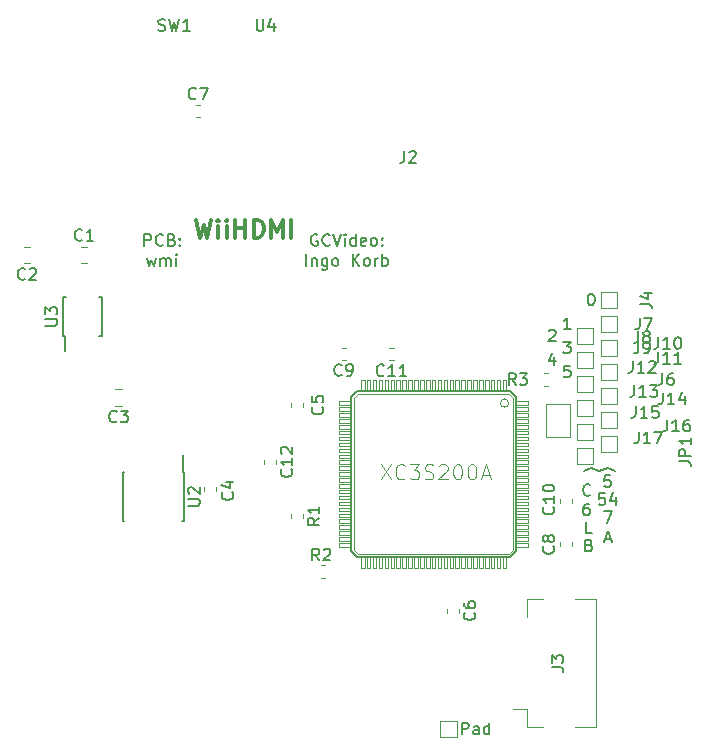
<source format=gto>
G04 #@! TF.GenerationSoftware,KiCad,Pcbnew,(5.0.1)-4*
G04 #@! TF.CreationDate,2019-04-22T09:15:48+02:00*
G04 #@! TF.ProjectId,wiihdmi_wmi,77696968646D695F776D692E6B696361,rev?*
G04 #@! TF.SameCoordinates,Original*
G04 #@! TF.FileFunction,Legend,Top*
G04 #@! TF.FilePolarity,Positive*
%FSLAX46Y46*%
G04 Gerber Fmt 4.6, Leading zero omitted, Abs format (unit mm)*
G04 Created by KiCad (PCBNEW (5.0.1)-4) date 22.04.2019 09:15:48*
%MOMM*%
%LPD*%
G01*
G04 APERTURE LIST*
%ADD10C,0.200000*%
%ADD11C,0.150000*%
%ADD12C,0.300000*%
%ADD13C,0.048260*%
%ADD14C,0.198120*%
%ADD15C,0.099060*%
%ADD16C,0.066040*%
%ADD17C,0.120000*%
%ADD18C,0.088900*%
G04 APERTURE END LIST*
D10*
X110363000Y-86995000D02*
X110998000Y-87249000D01*
X109601000Y-87249000D02*
X110363000Y-86995000D01*
X108966000Y-86995000D02*
X109601000Y-87249000D01*
X108331000Y-87249000D02*
X108966000Y-86995000D01*
D11*
X108783428Y-93527571D02*
X108926285Y-93575190D01*
X108973904Y-93622809D01*
X109021523Y-93718047D01*
X109021523Y-93860904D01*
X108973904Y-93956142D01*
X108926285Y-94003761D01*
X108831047Y-94051380D01*
X108450095Y-94051380D01*
X108450095Y-93051380D01*
X108783428Y-93051380D01*
X108878666Y-93099000D01*
X108926285Y-93146619D01*
X108973904Y-93241857D01*
X108973904Y-93337095D01*
X108926285Y-93432333D01*
X108878666Y-93479952D01*
X108783428Y-93527571D01*
X108450095Y-93527571D01*
X110124904Y-93003666D02*
X110601095Y-93003666D01*
X110029666Y-93289380D02*
X110363000Y-92289380D01*
X110696333Y-93289380D01*
X109021523Y-92527380D02*
X108545333Y-92527380D01*
X108545333Y-91527380D01*
X110029666Y-90638380D02*
X110696333Y-90638380D01*
X110267761Y-91638380D01*
X108775476Y-90003380D02*
X108585000Y-90003380D01*
X108489761Y-90051000D01*
X108442142Y-90098619D01*
X108346904Y-90241476D01*
X108299285Y-90431952D01*
X108299285Y-90812904D01*
X108346904Y-90908142D01*
X108394523Y-90955761D01*
X108489761Y-91003380D01*
X108680238Y-91003380D01*
X108775476Y-90955761D01*
X108823095Y-90908142D01*
X108870714Y-90812904D01*
X108870714Y-90574809D01*
X108823095Y-90479571D01*
X108775476Y-90431952D01*
X108680238Y-90384333D01*
X108489761Y-90384333D01*
X108394523Y-90431952D01*
X108346904Y-90479571D01*
X108299285Y-90574809D01*
X110124904Y-89114380D02*
X109648714Y-89114380D01*
X109601095Y-89590571D01*
X109648714Y-89542952D01*
X109743952Y-89495333D01*
X109982047Y-89495333D01*
X110077285Y-89542952D01*
X110124904Y-89590571D01*
X110172523Y-89685809D01*
X110172523Y-89923904D01*
X110124904Y-90019142D01*
X110077285Y-90066761D01*
X109982047Y-90114380D01*
X109743952Y-90114380D01*
X109648714Y-90066761D01*
X109601095Y-90019142D01*
X111029666Y-89447714D02*
X111029666Y-90114380D01*
X110791571Y-89066761D02*
X110553476Y-89781047D01*
X111172523Y-89781047D01*
X110601095Y-87590380D02*
X110124904Y-87590380D01*
X110077285Y-88066571D01*
X110124904Y-88018952D01*
X110220142Y-87971333D01*
X110458238Y-87971333D01*
X110553476Y-88018952D01*
X110601095Y-88066571D01*
X110648714Y-88161809D01*
X110648714Y-88399904D01*
X110601095Y-88495142D01*
X110553476Y-88542761D01*
X110458238Y-88590380D01*
X110220142Y-88590380D01*
X110124904Y-88542761D01*
X110077285Y-88495142D01*
X108894523Y-89257142D02*
X108846904Y-89304761D01*
X108704047Y-89352380D01*
X108608809Y-89352380D01*
X108465952Y-89304761D01*
X108370714Y-89209523D01*
X108323095Y-89114285D01*
X108275476Y-88923809D01*
X108275476Y-88780952D01*
X108323095Y-88590476D01*
X108370714Y-88495238D01*
X108465952Y-88400000D01*
X108608809Y-88352380D01*
X108704047Y-88352380D01*
X108846904Y-88400000D01*
X108894523Y-88447619D01*
X107172095Y-78319380D02*
X106695904Y-78319380D01*
X106648285Y-78795571D01*
X106695904Y-78747952D01*
X106791142Y-78700333D01*
X107029238Y-78700333D01*
X107124476Y-78747952D01*
X107172095Y-78795571D01*
X107219714Y-78890809D01*
X107219714Y-79128904D01*
X107172095Y-79224142D01*
X107124476Y-79271761D01*
X107029238Y-79319380D01*
X106791142Y-79319380D01*
X106695904Y-79271761D01*
X106648285Y-79224142D01*
X105854476Y-77636714D02*
X105854476Y-78303380D01*
X105616380Y-77255761D02*
X105378285Y-77970047D01*
X105997333Y-77970047D01*
X106600666Y-76287380D02*
X107219714Y-76287380D01*
X106886380Y-76668333D01*
X107029238Y-76668333D01*
X107124476Y-76715952D01*
X107172095Y-76763571D01*
X107219714Y-76858809D01*
X107219714Y-77096904D01*
X107172095Y-77192142D01*
X107124476Y-77239761D01*
X107029238Y-77287380D01*
X106743523Y-77287380D01*
X106648285Y-77239761D01*
X106600666Y-77192142D01*
X105378285Y-75366619D02*
X105425904Y-75319000D01*
X105521142Y-75271380D01*
X105759238Y-75271380D01*
X105854476Y-75319000D01*
X105902095Y-75366619D01*
X105949714Y-75461857D01*
X105949714Y-75557095D01*
X105902095Y-75699952D01*
X105330666Y-76271380D01*
X105949714Y-76271380D01*
X107219714Y-75255380D02*
X106648285Y-75255380D01*
X106934000Y-75255380D02*
X106934000Y-74255380D01*
X106838761Y-74398238D01*
X106743523Y-74493476D01*
X106648285Y-74541095D01*
X108918380Y-72223380D02*
X109013619Y-72223380D01*
X109108857Y-72271000D01*
X109156476Y-72318619D01*
X109204095Y-72413857D01*
X109251714Y-72604333D01*
X109251714Y-72842428D01*
X109204095Y-73032904D01*
X109156476Y-73128142D01*
X109108857Y-73175761D01*
X109013619Y-73223380D01*
X108918380Y-73223380D01*
X108823142Y-73175761D01*
X108775523Y-73128142D01*
X108727904Y-73032904D01*
X108680285Y-72842428D01*
X108680285Y-72604333D01*
X108727904Y-72413857D01*
X108775523Y-72318619D01*
X108823142Y-72271000D01*
X108918380Y-72223380D01*
D10*
X71144000Y-68182380D02*
X71144000Y-67182380D01*
X71524952Y-67182380D01*
X71620190Y-67230000D01*
X71667809Y-67277619D01*
X71715428Y-67372857D01*
X71715428Y-67515714D01*
X71667809Y-67610952D01*
X71620190Y-67658571D01*
X71524952Y-67706190D01*
X71144000Y-67706190D01*
X72715428Y-68087142D02*
X72667809Y-68134761D01*
X72524952Y-68182380D01*
X72429714Y-68182380D01*
X72286857Y-68134761D01*
X72191619Y-68039523D01*
X72144000Y-67944285D01*
X72096380Y-67753809D01*
X72096380Y-67610952D01*
X72144000Y-67420476D01*
X72191619Y-67325238D01*
X72286857Y-67230000D01*
X72429714Y-67182380D01*
X72524952Y-67182380D01*
X72667809Y-67230000D01*
X72715428Y-67277619D01*
X73477333Y-67658571D02*
X73620190Y-67706190D01*
X73667809Y-67753809D01*
X73715428Y-67849047D01*
X73715428Y-67991904D01*
X73667809Y-68087142D01*
X73620190Y-68134761D01*
X73524952Y-68182380D01*
X73144000Y-68182380D01*
X73144000Y-67182380D01*
X73477333Y-67182380D01*
X73572571Y-67230000D01*
X73620190Y-67277619D01*
X73667809Y-67372857D01*
X73667809Y-67468095D01*
X73620190Y-67563333D01*
X73572571Y-67610952D01*
X73477333Y-67658571D01*
X73144000Y-67658571D01*
X74144000Y-68087142D02*
X74191619Y-68134761D01*
X74144000Y-68182380D01*
X74096380Y-68134761D01*
X74144000Y-68087142D01*
X74144000Y-68182380D01*
X74144000Y-67563333D02*
X74191619Y-67610952D01*
X74144000Y-67658571D01*
X74096380Y-67610952D01*
X74144000Y-67563333D01*
X74144000Y-67658571D01*
X71358285Y-69215714D02*
X71548761Y-69882380D01*
X71739238Y-69406190D01*
X71929714Y-69882380D01*
X72120190Y-69215714D01*
X72501142Y-69882380D02*
X72501142Y-69215714D01*
X72501142Y-69310952D02*
X72548761Y-69263333D01*
X72644000Y-69215714D01*
X72786857Y-69215714D01*
X72882095Y-69263333D01*
X72929714Y-69358571D01*
X72929714Y-69882380D01*
X72929714Y-69358571D02*
X72977333Y-69263333D01*
X73072571Y-69215714D01*
X73215428Y-69215714D01*
X73310666Y-69263333D01*
X73358285Y-69358571D01*
X73358285Y-69882380D01*
X73834476Y-69882380D02*
X73834476Y-69215714D01*
X73834476Y-68882380D02*
X73786857Y-68930000D01*
X73834476Y-68977619D01*
X73882095Y-68930000D01*
X73834476Y-68882380D01*
X73834476Y-68977619D01*
X85788809Y-67230000D02*
X85693571Y-67182380D01*
X85550714Y-67182380D01*
X85407857Y-67230000D01*
X85312619Y-67325238D01*
X85265000Y-67420476D01*
X85217380Y-67610952D01*
X85217380Y-67753809D01*
X85265000Y-67944285D01*
X85312619Y-68039523D01*
X85407857Y-68134761D01*
X85550714Y-68182380D01*
X85645952Y-68182380D01*
X85788809Y-68134761D01*
X85836428Y-68087142D01*
X85836428Y-67753809D01*
X85645952Y-67753809D01*
X86836428Y-68087142D02*
X86788809Y-68134761D01*
X86645952Y-68182380D01*
X86550714Y-68182380D01*
X86407857Y-68134761D01*
X86312619Y-68039523D01*
X86265000Y-67944285D01*
X86217380Y-67753809D01*
X86217380Y-67610952D01*
X86265000Y-67420476D01*
X86312619Y-67325238D01*
X86407857Y-67230000D01*
X86550714Y-67182380D01*
X86645952Y-67182380D01*
X86788809Y-67230000D01*
X86836428Y-67277619D01*
X87122142Y-67182380D02*
X87455476Y-68182380D01*
X87788809Y-67182380D01*
X88122142Y-68182380D02*
X88122142Y-67515714D01*
X88122142Y-67182380D02*
X88074523Y-67230000D01*
X88122142Y-67277619D01*
X88169761Y-67230000D01*
X88122142Y-67182380D01*
X88122142Y-67277619D01*
X89026904Y-68182380D02*
X89026904Y-67182380D01*
X89026904Y-68134761D02*
X88931666Y-68182380D01*
X88741190Y-68182380D01*
X88645952Y-68134761D01*
X88598333Y-68087142D01*
X88550714Y-67991904D01*
X88550714Y-67706190D01*
X88598333Y-67610952D01*
X88645952Y-67563333D01*
X88741190Y-67515714D01*
X88931666Y-67515714D01*
X89026904Y-67563333D01*
X89884047Y-68134761D02*
X89788809Y-68182380D01*
X89598333Y-68182380D01*
X89503095Y-68134761D01*
X89455476Y-68039523D01*
X89455476Y-67658571D01*
X89503095Y-67563333D01*
X89598333Y-67515714D01*
X89788809Y-67515714D01*
X89884047Y-67563333D01*
X89931666Y-67658571D01*
X89931666Y-67753809D01*
X89455476Y-67849047D01*
X90503095Y-68182380D02*
X90407857Y-68134761D01*
X90360238Y-68087142D01*
X90312619Y-67991904D01*
X90312619Y-67706190D01*
X90360238Y-67610952D01*
X90407857Y-67563333D01*
X90503095Y-67515714D01*
X90645952Y-67515714D01*
X90741190Y-67563333D01*
X90788809Y-67610952D01*
X90836428Y-67706190D01*
X90836428Y-67991904D01*
X90788809Y-68087142D01*
X90741190Y-68134761D01*
X90645952Y-68182380D01*
X90503095Y-68182380D01*
X91265000Y-68087142D02*
X91312619Y-68134761D01*
X91265000Y-68182380D01*
X91217380Y-68134761D01*
X91265000Y-68087142D01*
X91265000Y-68182380D01*
X91265000Y-67563333D02*
X91312619Y-67610952D01*
X91265000Y-67658571D01*
X91217380Y-67610952D01*
X91265000Y-67563333D01*
X91265000Y-67658571D01*
X84812619Y-69882380D02*
X84812619Y-68882380D01*
X85288809Y-69215714D02*
X85288809Y-69882380D01*
X85288809Y-69310952D02*
X85336428Y-69263333D01*
X85431666Y-69215714D01*
X85574523Y-69215714D01*
X85669761Y-69263333D01*
X85717380Y-69358571D01*
X85717380Y-69882380D01*
X86622142Y-69215714D02*
X86622142Y-70025238D01*
X86574523Y-70120476D01*
X86526904Y-70168095D01*
X86431666Y-70215714D01*
X86288809Y-70215714D01*
X86193571Y-70168095D01*
X86622142Y-69834761D02*
X86526904Y-69882380D01*
X86336428Y-69882380D01*
X86241190Y-69834761D01*
X86193571Y-69787142D01*
X86145952Y-69691904D01*
X86145952Y-69406190D01*
X86193571Y-69310952D01*
X86241190Y-69263333D01*
X86336428Y-69215714D01*
X86526904Y-69215714D01*
X86622142Y-69263333D01*
X87241190Y-69882380D02*
X87145952Y-69834761D01*
X87098333Y-69787142D01*
X87050714Y-69691904D01*
X87050714Y-69406190D01*
X87098333Y-69310952D01*
X87145952Y-69263333D01*
X87241190Y-69215714D01*
X87384047Y-69215714D01*
X87479285Y-69263333D01*
X87526904Y-69310952D01*
X87574523Y-69406190D01*
X87574523Y-69691904D01*
X87526904Y-69787142D01*
X87479285Y-69834761D01*
X87384047Y-69882380D01*
X87241190Y-69882380D01*
X88765000Y-69882380D02*
X88765000Y-68882380D01*
X89336428Y-69882380D02*
X88907857Y-69310952D01*
X89336428Y-68882380D02*
X88765000Y-69453809D01*
X89907857Y-69882380D02*
X89812619Y-69834761D01*
X89765000Y-69787142D01*
X89717380Y-69691904D01*
X89717380Y-69406190D01*
X89765000Y-69310952D01*
X89812619Y-69263333D01*
X89907857Y-69215714D01*
X90050714Y-69215714D01*
X90145952Y-69263333D01*
X90193571Y-69310952D01*
X90241190Y-69406190D01*
X90241190Y-69691904D01*
X90193571Y-69787142D01*
X90145952Y-69834761D01*
X90050714Y-69882380D01*
X89907857Y-69882380D01*
X90669761Y-69882380D02*
X90669761Y-69215714D01*
X90669761Y-69406190D02*
X90717380Y-69310952D01*
X90765000Y-69263333D01*
X90860238Y-69215714D01*
X90955476Y-69215714D01*
X91288809Y-69882380D02*
X91288809Y-68882380D01*
X91288809Y-69263333D02*
X91384047Y-69215714D01*
X91574523Y-69215714D01*
X91669761Y-69263333D01*
X91717380Y-69310952D01*
X91765000Y-69406190D01*
X91765000Y-69691904D01*
X91717380Y-69787142D01*
X91669761Y-69834761D01*
X91574523Y-69882380D01*
X91384047Y-69882380D01*
X91288809Y-69834761D01*
D12*
X75521857Y-65980571D02*
X75879000Y-67480571D01*
X76164714Y-66409142D01*
X76450428Y-67480571D01*
X76807571Y-65980571D01*
X77379000Y-67480571D02*
X77379000Y-66480571D01*
X77379000Y-65980571D02*
X77307571Y-66052000D01*
X77379000Y-66123428D01*
X77450428Y-66052000D01*
X77379000Y-65980571D01*
X77379000Y-66123428D01*
X78093285Y-67480571D02*
X78093285Y-66480571D01*
X78093285Y-65980571D02*
X78021857Y-66052000D01*
X78093285Y-66123428D01*
X78164714Y-66052000D01*
X78093285Y-65980571D01*
X78093285Y-66123428D01*
X78807571Y-67480571D02*
X78807571Y-65980571D01*
X78807571Y-66694857D02*
X79664714Y-66694857D01*
X79664714Y-67480571D02*
X79664714Y-65980571D01*
X80379000Y-67480571D02*
X80379000Y-65980571D01*
X80736142Y-65980571D01*
X80950428Y-66052000D01*
X81093285Y-66194857D01*
X81164714Y-66337714D01*
X81236142Y-66623428D01*
X81236142Y-66837714D01*
X81164714Y-67123428D01*
X81093285Y-67266285D01*
X80950428Y-67409142D01*
X80736142Y-67480571D01*
X80379000Y-67480571D01*
X81879000Y-67480571D02*
X81879000Y-65980571D01*
X82379000Y-67052000D01*
X82879000Y-65980571D01*
X82879000Y-67480571D01*
X83593285Y-67480571D02*
X83593285Y-65980571D01*
D13*
G04 #@! TO.C,U1*
X101982506Y-81503520D02*
G75*
G03X101982506Y-81503520I-352026J0D01*
G01*
D14*
X102628700Y-81003140D02*
X102130860Y-80505300D01*
X102628700Y-94002860D02*
X102628700Y-81003140D01*
X102130860Y-94500700D02*
X102628700Y-94002860D01*
X89131140Y-94500700D02*
X102130860Y-94500700D01*
X88633300Y-94002860D02*
X89131140Y-94500700D01*
X88633300Y-81003140D02*
X88633300Y-94002860D01*
X89131140Y-80505300D02*
X88633300Y-81003140D01*
X102130860Y-80505300D02*
X89131140Y-80505300D01*
D15*
X102379780Y-81104740D02*
X102029260Y-80754220D01*
X102379780Y-93901260D02*
X102379780Y-81104740D01*
X102029260Y-94251780D02*
X102379780Y-93901260D01*
X89232740Y-94251780D02*
X102029260Y-94251780D01*
X88882220Y-93901260D02*
X89232740Y-94251780D01*
X88882220Y-81104740D02*
X88882220Y-93901260D01*
X89232740Y-80754220D02*
X88882220Y-81104740D01*
X102029260Y-80754220D02*
X89232740Y-80754220D01*
D16*
X102628700Y-81353660D02*
X103629460Y-81353660D01*
X103629460Y-81353660D02*
X103629460Y-81653380D01*
X102628700Y-81653380D02*
X103629460Y-81653380D01*
X102628700Y-81353660D02*
X102628700Y-81653380D01*
X102628700Y-81854040D02*
X103629460Y-81854040D01*
X103629460Y-81854040D02*
X103629460Y-82153760D01*
X102628700Y-82153760D02*
X103629460Y-82153760D01*
X102628700Y-81854040D02*
X102628700Y-82153760D01*
X102628700Y-82354420D02*
X103629460Y-82354420D01*
X103629460Y-82354420D02*
X103629460Y-82654140D01*
X102628700Y-82654140D02*
X103629460Y-82654140D01*
X102628700Y-82354420D02*
X102628700Y-82654140D01*
X102628700Y-82854800D02*
X103629460Y-82854800D01*
X103629460Y-82854800D02*
X103629460Y-83154520D01*
X102628700Y-83154520D02*
X103629460Y-83154520D01*
X102628700Y-82854800D02*
X102628700Y-83154520D01*
X102628700Y-83355180D02*
X103629460Y-83355180D01*
X103629460Y-83355180D02*
X103629460Y-83654900D01*
X102628700Y-83654900D02*
X103629460Y-83654900D01*
X102628700Y-83355180D02*
X102628700Y-83654900D01*
X102628700Y-83853020D02*
X103629460Y-83853020D01*
X103629460Y-83853020D02*
X103629460Y-84155280D01*
X102628700Y-84155280D02*
X103629460Y-84155280D01*
X102628700Y-83853020D02*
X102628700Y-84155280D01*
X102628700Y-84353400D02*
X103629460Y-84353400D01*
X103629460Y-84353400D02*
X103629460Y-84653120D01*
X102628700Y-84653120D02*
X103629460Y-84653120D01*
X102628700Y-84353400D02*
X102628700Y-84653120D01*
X102628700Y-84853780D02*
X103629460Y-84853780D01*
X103629460Y-84853780D02*
X103629460Y-85153500D01*
X102628700Y-85153500D02*
X103629460Y-85153500D01*
X102628700Y-84853780D02*
X102628700Y-85153500D01*
X102628700Y-85354160D02*
X103629460Y-85354160D01*
X103629460Y-85354160D02*
X103629460Y-85653880D01*
X102628700Y-85653880D02*
X103629460Y-85653880D01*
X102628700Y-85354160D02*
X102628700Y-85653880D01*
X102628700Y-85854540D02*
X103629460Y-85854540D01*
X103629460Y-85854540D02*
X103629460Y-86154260D01*
X102628700Y-86154260D02*
X103629460Y-86154260D01*
X102628700Y-85854540D02*
X102628700Y-86154260D01*
X102628700Y-86354920D02*
X103629460Y-86354920D01*
X103629460Y-86354920D02*
X103629460Y-86654640D01*
X102628700Y-86654640D02*
X103629460Y-86654640D01*
X102628700Y-86354920D02*
X102628700Y-86654640D01*
X102628700Y-86855300D02*
X103629460Y-86855300D01*
X103629460Y-86855300D02*
X103629460Y-87155020D01*
X102628700Y-87155020D02*
X103629460Y-87155020D01*
X102628700Y-86855300D02*
X102628700Y-87155020D01*
X102628700Y-87353140D02*
X103629460Y-87353140D01*
X103629460Y-87353140D02*
X103629460Y-87652860D01*
X102628700Y-87652860D02*
X103629460Y-87652860D01*
X102628700Y-87353140D02*
X102628700Y-87652860D01*
X102628700Y-87850980D02*
X103629460Y-87850980D01*
X103629460Y-87850980D02*
X103629460Y-88150700D01*
X102628700Y-88150700D02*
X103629460Y-88150700D01*
X102628700Y-87850980D02*
X102628700Y-88150700D01*
X102628700Y-88351360D02*
X103629460Y-88351360D01*
X103629460Y-88351360D02*
X103629460Y-88651080D01*
X102628700Y-88651080D02*
X103629460Y-88651080D01*
X102628700Y-88351360D02*
X102628700Y-88651080D01*
X102628700Y-88851740D02*
X103629460Y-88851740D01*
X103629460Y-88851740D02*
X103629460Y-89151460D01*
X102628700Y-89151460D02*
X103629460Y-89151460D01*
X102628700Y-88851740D02*
X102628700Y-89151460D01*
X102628700Y-89352120D02*
X103629460Y-89352120D01*
X103629460Y-89352120D02*
X103629460Y-89651840D01*
X102628700Y-89651840D02*
X103629460Y-89651840D01*
X102628700Y-89352120D02*
X102628700Y-89651840D01*
X102628700Y-89852500D02*
X103629460Y-89852500D01*
X103629460Y-89852500D02*
X103629460Y-90152220D01*
X102628700Y-90152220D02*
X103629460Y-90152220D01*
X102628700Y-89852500D02*
X102628700Y-90152220D01*
X102628700Y-90352880D02*
X103629460Y-90352880D01*
X103629460Y-90352880D02*
X103629460Y-90652600D01*
X102628700Y-90652600D02*
X103629460Y-90652600D01*
X102628700Y-90352880D02*
X102628700Y-90652600D01*
X102628700Y-90850720D02*
X103629460Y-90850720D01*
X103629460Y-90850720D02*
X103629460Y-91152980D01*
X102628700Y-91152980D02*
X103629460Y-91152980D01*
X102628700Y-90850720D02*
X102628700Y-91152980D01*
X102628700Y-91351100D02*
X103629460Y-91351100D01*
X103629460Y-91351100D02*
X103629460Y-91650820D01*
X102628700Y-91650820D02*
X103629460Y-91650820D01*
X102628700Y-91351100D02*
X102628700Y-91650820D01*
X102628700Y-91851480D02*
X103629460Y-91851480D01*
X103629460Y-91851480D02*
X103629460Y-92151200D01*
X102628700Y-92151200D02*
X103629460Y-92151200D01*
X102628700Y-91851480D02*
X102628700Y-92151200D01*
X102628700Y-92351860D02*
X103629460Y-92351860D01*
X103629460Y-92351860D02*
X103629460Y-92651580D01*
X102628700Y-92651580D02*
X103629460Y-92651580D01*
X102628700Y-92351860D02*
X102628700Y-92651580D01*
X102628700Y-92852240D02*
X103629460Y-92852240D01*
X103629460Y-92852240D02*
X103629460Y-93151960D01*
X102628700Y-93151960D02*
X103629460Y-93151960D01*
X102628700Y-92852240D02*
X102628700Y-93151960D01*
X102628700Y-93352620D02*
X103629460Y-93352620D01*
X103629460Y-93352620D02*
X103629460Y-93652340D01*
X102628700Y-93652340D02*
X103629460Y-93652340D01*
X102628700Y-93352620D02*
X102628700Y-93652340D01*
X101480620Y-94500700D02*
X101780340Y-94500700D01*
X101780340Y-94500700D02*
X101780340Y-95501460D01*
X101480620Y-95501460D02*
X101780340Y-95501460D01*
X101480620Y-94500700D02*
X101480620Y-95501460D01*
X100980240Y-94500700D02*
X101279960Y-94500700D01*
X101279960Y-94500700D02*
X101279960Y-95501460D01*
X100980240Y-95501460D02*
X101279960Y-95501460D01*
X100980240Y-94500700D02*
X100980240Y-95501460D01*
X100479860Y-94500700D02*
X100779580Y-94500700D01*
X100779580Y-94500700D02*
X100779580Y-95501460D01*
X100479860Y-95501460D02*
X100779580Y-95501460D01*
X100479860Y-94500700D02*
X100479860Y-95501460D01*
X99979480Y-94500700D02*
X100279200Y-94500700D01*
X100279200Y-94500700D02*
X100279200Y-95501460D01*
X99979480Y-95501460D02*
X100279200Y-95501460D01*
X99979480Y-94500700D02*
X99979480Y-95501460D01*
X99479100Y-94500700D02*
X99778820Y-94500700D01*
X99778820Y-94500700D02*
X99778820Y-95501460D01*
X99479100Y-95501460D02*
X99778820Y-95501460D01*
X99479100Y-94500700D02*
X99479100Y-95501460D01*
X98978720Y-94500700D02*
X99280980Y-94500700D01*
X99280980Y-94500700D02*
X99280980Y-95501460D01*
X98978720Y-95501460D02*
X99280980Y-95501460D01*
X98978720Y-94500700D02*
X98978720Y-95501460D01*
X98480880Y-94500700D02*
X98780600Y-94500700D01*
X98780600Y-94500700D02*
X98780600Y-95501460D01*
X98480880Y-95501460D02*
X98780600Y-95501460D01*
X98480880Y-94500700D02*
X98480880Y-95501460D01*
X97980500Y-94500700D02*
X98280220Y-94500700D01*
X98280220Y-94500700D02*
X98280220Y-95501460D01*
X97980500Y-95501460D02*
X98280220Y-95501460D01*
X97980500Y-94500700D02*
X97980500Y-95501460D01*
X97480120Y-94500700D02*
X97779840Y-94500700D01*
X97779840Y-94500700D02*
X97779840Y-95501460D01*
X97480120Y-95501460D02*
X97779840Y-95501460D01*
X97480120Y-94500700D02*
X97480120Y-95501460D01*
X96979740Y-94500700D02*
X97279460Y-94500700D01*
X97279460Y-94500700D02*
X97279460Y-95501460D01*
X96979740Y-95501460D02*
X97279460Y-95501460D01*
X96979740Y-94500700D02*
X96979740Y-95501460D01*
X96479360Y-94500700D02*
X96779080Y-94500700D01*
X96779080Y-94500700D02*
X96779080Y-95501460D01*
X96479360Y-95501460D02*
X96779080Y-95501460D01*
X96479360Y-94500700D02*
X96479360Y-95501460D01*
X95978980Y-94500700D02*
X96278700Y-94500700D01*
X96278700Y-94500700D02*
X96278700Y-95501460D01*
X95978980Y-95501460D02*
X96278700Y-95501460D01*
X95978980Y-94500700D02*
X95978980Y-95501460D01*
X95481140Y-94500700D02*
X95780860Y-94500700D01*
X95780860Y-94500700D02*
X95780860Y-95501460D01*
X95481140Y-95501460D02*
X95780860Y-95501460D01*
X95481140Y-94500700D02*
X95481140Y-95501460D01*
X94983300Y-94500700D02*
X95283020Y-94500700D01*
X95283020Y-94500700D02*
X95283020Y-95501460D01*
X94983300Y-95501460D02*
X95283020Y-95501460D01*
X94983300Y-94500700D02*
X94983300Y-95501460D01*
X94482920Y-94500700D02*
X94782640Y-94500700D01*
X94782640Y-94500700D02*
X94782640Y-95501460D01*
X94482920Y-95501460D02*
X94782640Y-95501460D01*
X94482920Y-94500700D02*
X94482920Y-95501460D01*
X93982540Y-94500700D02*
X94282260Y-94500700D01*
X94282260Y-94500700D02*
X94282260Y-95501460D01*
X93982540Y-95501460D02*
X94282260Y-95501460D01*
X93982540Y-94500700D02*
X93982540Y-95501460D01*
X93482160Y-94500700D02*
X93781880Y-94500700D01*
X93781880Y-94500700D02*
X93781880Y-95501460D01*
X93482160Y-95501460D02*
X93781880Y-95501460D01*
X93482160Y-94500700D02*
X93482160Y-95501460D01*
X92981780Y-94500700D02*
X93281500Y-94500700D01*
X93281500Y-94500700D02*
X93281500Y-95501460D01*
X92981780Y-95501460D02*
X93281500Y-95501460D01*
X92981780Y-94500700D02*
X92981780Y-95501460D01*
X92481400Y-94500700D02*
X92781120Y-94500700D01*
X92781120Y-94500700D02*
X92781120Y-95501460D01*
X92481400Y-95501460D02*
X92781120Y-95501460D01*
X92481400Y-94500700D02*
X92481400Y-95501460D01*
X91981020Y-94500700D02*
X92283280Y-94500700D01*
X92283280Y-94500700D02*
X92283280Y-95501460D01*
X91981020Y-95501460D02*
X92283280Y-95501460D01*
X91981020Y-94500700D02*
X91981020Y-95501460D01*
X91483180Y-94500700D02*
X91782900Y-94500700D01*
X91782900Y-94500700D02*
X91782900Y-95501460D01*
X91483180Y-95501460D02*
X91782900Y-95501460D01*
X91483180Y-94500700D02*
X91483180Y-95501460D01*
X90982800Y-94500700D02*
X91282520Y-94500700D01*
X91282520Y-94500700D02*
X91282520Y-95501460D01*
X90982800Y-95501460D02*
X91282520Y-95501460D01*
X90982800Y-94500700D02*
X90982800Y-95501460D01*
X90482420Y-94500700D02*
X90782140Y-94500700D01*
X90782140Y-94500700D02*
X90782140Y-95501460D01*
X90482420Y-95501460D02*
X90782140Y-95501460D01*
X90482420Y-94500700D02*
X90482420Y-95501460D01*
X89982040Y-94500700D02*
X90281760Y-94500700D01*
X90281760Y-94500700D02*
X90281760Y-95501460D01*
X89982040Y-95501460D02*
X90281760Y-95501460D01*
X89982040Y-94500700D02*
X89982040Y-95501460D01*
X89481660Y-94500700D02*
X89781380Y-94500700D01*
X89781380Y-94500700D02*
X89781380Y-95501460D01*
X89481660Y-95501460D02*
X89781380Y-95501460D01*
X89481660Y-94500700D02*
X89481660Y-95501460D01*
X87632540Y-93352620D02*
X88633300Y-93352620D01*
X88633300Y-93352620D02*
X88633300Y-93652340D01*
X87632540Y-93652340D02*
X88633300Y-93652340D01*
X87632540Y-93352620D02*
X87632540Y-93652340D01*
X87632540Y-92852240D02*
X88633300Y-92852240D01*
X88633300Y-92852240D02*
X88633300Y-93151960D01*
X87632540Y-93151960D02*
X88633300Y-93151960D01*
X87632540Y-92852240D02*
X87632540Y-93151960D01*
X87632540Y-92351860D02*
X88633300Y-92351860D01*
X88633300Y-92351860D02*
X88633300Y-92651580D01*
X87632540Y-92651580D02*
X88633300Y-92651580D01*
X87632540Y-92351860D02*
X87632540Y-92651580D01*
X87632540Y-91851480D02*
X88633300Y-91851480D01*
X88633300Y-91851480D02*
X88633300Y-92151200D01*
X87632540Y-92151200D02*
X88633300Y-92151200D01*
X87632540Y-91851480D02*
X87632540Y-92151200D01*
X87632540Y-91351100D02*
X88633300Y-91351100D01*
X88633300Y-91351100D02*
X88633300Y-91650820D01*
X87632540Y-91650820D02*
X88633300Y-91650820D01*
X87632540Y-91351100D02*
X87632540Y-91650820D01*
X87632540Y-90850720D02*
X88633300Y-90850720D01*
X88633300Y-90850720D02*
X88633300Y-91152980D01*
X87632540Y-91152980D02*
X88633300Y-91152980D01*
X87632540Y-90850720D02*
X87632540Y-91152980D01*
X87632540Y-90352880D02*
X88633300Y-90352880D01*
X88633300Y-90352880D02*
X88633300Y-90652600D01*
X87632540Y-90652600D02*
X88633300Y-90652600D01*
X87632540Y-90352880D02*
X87632540Y-90652600D01*
X87632540Y-89852500D02*
X88633300Y-89852500D01*
X88633300Y-89852500D02*
X88633300Y-90152220D01*
X87632540Y-90152220D02*
X88633300Y-90152220D01*
X87632540Y-89852500D02*
X87632540Y-90152220D01*
X87632540Y-89352120D02*
X88633300Y-89352120D01*
X88633300Y-89352120D02*
X88633300Y-89651840D01*
X87632540Y-89651840D02*
X88633300Y-89651840D01*
X87632540Y-89352120D02*
X87632540Y-89651840D01*
X87632540Y-88851740D02*
X88633300Y-88851740D01*
X88633300Y-88851740D02*
X88633300Y-89151460D01*
X87632540Y-89151460D02*
X88633300Y-89151460D01*
X87632540Y-88851740D02*
X87632540Y-89151460D01*
X87632540Y-88351360D02*
X88633300Y-88351360D01*
X88633300Y-88351360D02*
X88633300Y-88651080D01*
X87632540Y-88651080D02*
X88633300Y-88651080D01*
X87632540Y-88351360D02*
X87632540Y-88651080D01*
X87632540Y-87850980D02*
X88633300Y-87850980D01*
X88633300Y-87850980D02*
X88633300Y-88150700D01*
X87632540Y-88150700D02*
X88633300Y-88150700D01*
X87632540Y-87850980D02*
X87632540Y-88150700D01*
X87632540Y-87353140D02*
X88633300Y-87353140D01*
X88633300Y-87353140D02*
X88633300Y-87652860D01*
X87632540Y-87652860D02*
X88633300Y-87652860D01*
X87632540Y-87353140D02*
X87632540Y-87652860D01*
X87632540Y-86855300D02*
X88633300Y-86855300D01*
X88633300Y-86855300D02*
X88633300Y-87155020D01*
X87632540Y-87155020D02*
X88633300Y-87155020D01*
X87632540Y-86855300D02*
X87632540Y-87155020D01*
X87632540Y-86354920D02*
X88633300Y-86354920D01*
X88633300Y-86354920D02*
X88633300Y-86654640D01*
X87632540Y-86654640D02*
X88633300Y-86654640D01*
X87632540Y-86354920D02*
X87632540Y-86654640D01*
X87632540Y-85854540D02*
X88633300Y-85854540D01*
X88633300Y-85854540D02*
X88633300Y-86154260D01*
X87632540Y-86154260D02*
X88633300Y-86154260D01*
X87632540Y-85854540D02*
X87632540Y-86154260D01*
X87632540Y-85354160D02*
X88633300Y-85354160D01*
X88633300Y-85354160D02*
X88633300Y-85653880D01*
X87632540Y-85653880D02*
X88633300Y-85653880D01*
X87632540Y-85354160D02*
X87632540Y-85653880D01*
X87632540Y-84853780D02*
X88633300Y-84853780D01*
X88633300Y-84853780D02*
X88633300Y-85153500D01*
X87632540Y-85153500D02*
X88633300Y-85153500D01*
X87632540Y-84853780D02*
X87632540Y-85153500D01*
X87632540Y-84353400D02*
X88633300Y-84353400D01*
X88633300Y-84353400D02*
X88633300Y-84653120D01*
X87632540Y-84653120D02*
X88633300Y-84653120D01*
X87632540Y-84353400D02*
X87632540Y-84653120D01*
X87632540Y-83853020D02*
X88633300Y-83853020D01*
X88633300Y-83853020D02*
X88633300Y-84155280D01*
X87632540Y-84155280D02*
X88633300Y-84155280D01*
X87632540Y-83853020D02*
X87632540Y-84155280D01*
X87632540Y-83355180D02*
X88633300Y-83355180D01*
X88633300Y-83355180D02*
X88633300Y-83654900D01*
X87632540Y-83654900D02*
X88633300Y-83654900D01*
X87632540Y-83355180D02*
X87632540Y-83654900D01*
X87632540Y-82854800D02*
X88633300Y-82854800D01*
X88633300Y-82854800D02*
X88633300Y-83154520D01*
X87632540Y-83154520D02*
X88633300Y-83154520D01*
X87632540Y-82854800D02*
X87632540Y-83154520D01*
X87632540Y-82354420D02*
X88633300Y-82354420D01*
X88633300Y-82354420D02*
X88633300Y-82654140D01*
X87632540Y-82654140D02*
X88633300Y-82654140D01*
X87632540Y-82354420D02*
X87632540Y-82654140D01*
X87632540Y-81854040D02*
X88633300Y-81854040D01*
X88633300Y-81854040D02*
X88633300Y-82153760D01*
X87632540Y-82153760D02*
X88633300Y-82153760D01*
X87632540Y-81854040D02*
X87632540Y-82153760D01*
X87632540Y-81353660D02*
X88633300Y-81353660D01*
X88633300Y-81353660D02*
X88633300Y-81653380D01*
X87632540Y-81653380D02*
X88633300Y-81653380D01*
X87632540Y-81353660D02*
X87632540Y-81653380D01*
X89481660Y-79504540D02*
X89781380Y-79504540D01*
X89781380Y-79504540D02*
X89781380Y-80505300D01*
X89481660Y-80505300D02*
X89781380Y-80505300D01*
X89481660Y-79504540D02*
X89481660Y-80505300D01*
X89982040Y-79504540D02*
X90281760Y-79504540D01*
X90281760Y-79504540D02*
X90281760Y-80505300D01*
X89982040Y-80505300D02*
X90281760Y-80505300D01*
X89982040Y-79504540D02*
X89982040Y-80505300D01*
X90482420Y-79504540D02*
X90782140Y-79504540D01*
X90782140Y-79504540D02*
X90782140Y-80505300D01*
X90482420Y-80505300D02*
X90782140Y-80505300D01*
X90482420Y-79504540D02*
X90482420Y-80505300D01*
X90982800Y-79504540D02*
X91282520Y-79504540D01*
X91282520Y-79504540D02*
X91282520Y-80505300D01*
X90982800Y-80505300D02*
X91282520Y-80505300D01*
X90982800Y-79504540D02*
X90982800Y-80505300D01*
X91483180Y-79504540D02*
X91782900Y-79504540D01*
X91782900Y-79504540D02*
X91782900Y-80505300D01*
X91483180Y-80505300D02*
X91782900Y-80505300D01*
X91483180Y-79504540D02*
X91483180Y-80505300D01*
X91981020Y-79504540D02*
X92283280Y-79504540D01*
X92283280Y-79504540D02*
X92283280Y-80505300D01*
X91981020Y-80505300D02*
X92283280Y-80505300D01*
X91981020Y-79504540D02*
X91981020Y-80505300D01*
X92481400Y-79504540D02*
X92781120Y-79504540D01*
X92781120Y-79504540D02*
X92781120Y-80505300D01*
X92481400Y-80505300D02*
X92781120Y-80505300D01*
X92481400Y-79504540D02*
X92481400Y-80505300D01*
X92981780Y-79504540D02*
X93281500Y-79504540D01*
X93281500Y-79504540D02*
X93281500Y-80505300D01*
X92981780Y-80505300D02*
X93281500Y-80505300D01*
X92981780Y-79504540D02*
X92981780Y-80505300D01*
X93482160Y-79504540D02*
X93781880Y-79504540D01*
X93781880Y-79504540D02*
X93781880Y-80505300D01*
X93482160Y-80505300D02*
X93781880Y-80505300D01*
X93482160Y-79504540D02*
X93482160Y-80505300D01*
X93982540Y-79504540D02*
X94282260Y-79504540D01*
X94282260Y-79504540D02*
X94282260Y-80505300D01*
X93982540Y-80505300D02*
X94282260Y-80505300D01*
X93982540Y-79504540D02*
X93982540Y-80505300D01*
X94482920Y-79504540D02*
X94782640Y-79504540D01*
X94782640Y-79504540D02*
X94782640Y-80505300D01*
X94482920Y-80505300D02*
X94782640Y-80505300D01*
X94482920Y-79504540D02*
X94482920Y-80505300D01*
X94983300Y-79504540D02*
X95283020Y-79504540D01*
X95283020Y-79504540D02*
X95283020Y-80505300D01*
X94983300Y-80505300D02*
X95283020Y-80505300D01*
X94983300Y-79504540D02*
X94983300Y-80505300D01*
X95481140Y-79504540D02*
X95780860Y-79504540D01*
X95780860Y-79504540D02*
X95780860Y-80505300D01*
X95481140Y-80505300D02*
X95780860Y-80505300D01*
X95481140Y-79504540D02*
X95481140Y-80505300D01*
X95978980Y-79504540D02*
X96278700Y-79504540D01*
X96278700Y-79504540D02*
X96278700Y-80505300D01*
X95978980Y-80505300D02*
X96278700Y-80505300D01*
X95978980Y-79504540D02*
X95978980Y-80505300D01*
X96479360Y-79504540D02*
X96779080Y-79504540D01*
X96779080Y-79504540D02*
X96779080Y-80505300D01*
X96479360Y-80505300D02*
X96779080Y-80505300D01*
X96479360Y-79504540D02*
X96479360Y-80505300D01*
X96979740Y-79504540D02*
X97279460Y-79504540D01*
X97279460Y-79504540D02*
X97279460Y-80505300D01*
X96979740Y-80505300D02*
X97279460Y-80505300D01*
X96979740Y-79504540D02*
X96979740Y-80505300D01*
X97480120Y-79504540D02*
X97779840Y-79504540D01*
X97779840Y-79504540D02*
X97779840Y-80505300D01*
X97480120Y-80505300D02*
X97779840Y-80505300D01*
X97480120Y-79504540D02*
X97480120Y-80505300D01*
X97980500Y-79504540D02*
X98280220Y-79504540D01*
X98280220Y-79504540D02*
X98280220Y-80505300D01*
X97980500Y-80505300D02*
X98280220Y-80505300D01*
X97980500Y-79504540D02*
X97980500Y-80505300D01*
X98480880Y-79504540D02*
X98780600Y-79504540D01*
X98780600Y-79504540D02*
X98780600Y-80505300D01*
X98480880Y-80505300D02*
X98780600Y-80505300D01*
X98480880Y-79504540D02*
X98480880Y-80505300D01*
X98978720Y-79504540D02*
X99280980Y-79504540D01*
X99280980Y-79504540D02*
X99280980Y-80505300D01*
X98978720Y-80505300D02*
X99280980Y-80505300D01*
X98978720Y-79504540D02*
X98978720Y-80505300D01*
X99479100Y-79504540D02*
X99778820Y-79504540D01*
X99778820Y-79504540D02*
X99778820Y-80505300D01*
X99479100Y-80505300D02*
X99778820Y-80505300D01*
X99479100Y-79504540D02*
X99479100Y-80505300D01*
X99979480Y-79504540D02*
X100279200Y-79504540D01*
X100279200Y-79504540D02*
X100279200Y-80505300D01*
X99979480Y-80505300D02*
X100279200Y-80505300D01*
X99979480Y-79504540D02*
X99979480Y-80505300D01*
X100479860Y-79504540D02*
X100779580Y-79504540D01*
X100779580Y-79504540D02*
X100779580Y-80505300D01*
X100479860Y-80505300D02*
X100779580Y-80505300D01*
X100479860Y-79504540D02*
X100479860Y-80505300D01*
X100980240Y-79504540D02*
X101279960Y-79504540D01*
X101279960Y-79504540D02*
X101279960Y-80505300D01*
X100980240Y-80505300D02*
X101279960Y-80505300D01*
X100980240Y-79504540D02*
X100980240Y-80505300D01*
X101480620Y-79504540D02*
X101780340Y-79504540D01*
X101780340Y-79504540D02*
X101780340Y-80505300D01*
X101480620Y-80505300D02*
X101780340Y-80505300D01*
X101480620Y-79504540D02*
X101480620Y-80505300D01*
D17*
G04 #@! TO.C,C1*
X65769748Y-68251000D02*
X66292252Y-68251000D01*
X65769748Y-69671000D02*
X66292252Y-69671000D01*
G04 #@! TO.C,C2*
X61466252Y-69671000D02*
X60943748Y-69671000D01*
X61466252Y-68251000D02*
X60943748Y-68251000D01*
G04 #@! TO.C,C3*
X69213252Y-80316000D02*
X68690748Y-80316000D01*
X69213252Y-81736000D02*
X68690748Y-81736000D01*
G04 #@! TO.C,J3*
X103547000Y-107431000D02*
X103547000Y-108921000D01*
X103547000Y-108921000D02*
X104887000Y-108921000D01*
X103547000Y-99611000D02*
X103547000Y-98121000D01*
X103547000Y-98121000D02*
X104887000Y-98121000D01*
X107607000Y-108921000D02*
X109347000Y-108921000D01*
X109347000Y-108921000D02*
X109347000Y-98121000D01*
X109347000Y-98121000D02*
X107607000Y-98121000D01*
X103547000Y-107431000D02*
X102347000Y-107431000D01*
G04 #@! TO.C,Pad*
X96201000Y-109793000D02*
X96201000Y-108393000D01*
X97601000Y-109793000D02*
X96201000Y-109793000D01*
X97601000Y-108393000D02*
X97601000Y-109793000D01*
X96201000Y-108393000D02*
X97601000Y-108393000D01*
G04 #@! TO.C,J6*
X109790000Y-80199000D02*
X111190000Y-80199000D01*
X111190000Y-80199000D02*
X111190000Y-81599000D01*
X111190000Y-81599000D02*
X109790000Y-81599000D01*
X109790000Y-81599000D02*
X109790000Y-80199000D01*
G04 #@! TO.C,JP1*
X105172000Y-81546000D02*
X107172000Y-81546000D01*
X105172000Y-84346000D02*
X105172000Y-81546000D01*
X107172000Y-84346000D02*
X105172000Y-84346000D01*
X107172000Y-81546000D02*
X107172000Y-84346000D01*
D11*
G04 #@! TO.C,U2*
X74457000Y-87333000D02*
X74407000Y-87333000D01*
X74457000Y-91483000D02*
X74312000Y-91483000D01*
X69307000Y-91483000D02*
X69452000Y-91483000D01*
X69307000Y-87333000D02*
X69452000Y-87333000D01*
X74457000Y-87333000D02*
X74457000Y-91483000D01*
X69307000Y-87333000D02*
X69307000Y-91483000D01*
X74407000Y-87333000D02*
X74407000Y-85933000D01*
G04 #@! TO.C,U3*
X64238000Y-75843000D02*
X64413000Y-75843000D01*
X64238000Y-72493000D02*
X64488000Y-72493000D01*
X67588000Y-72493000D02*
X67338000Y-72493000D01*
X67588000Y-75843000D02*
X67338000Y-75843000D01*
X64238000Y-75843000D02*
X64238000Y-72493000D01*
X67588000Y-75843000D02*
X67588000Y-72493000D01*
X64413000Y-75843000D02*
X64413000Y-77093000D01*
D17*
G04 #@! TO.C,C4*
X76198000Y-88930267D02*
X76198000Y-88587733D01*
X77218000Y-88930267D02*
X77218000Y-88587733D01*
G04 #@! TO.C,C5*
X84584000Y-81846267D02*
X84584000Y-81503733D01*
X83564000Y-81846267D02*
X83564000Y-81503733D01*
G04 #@! TO.C,C6*
X97792000Y-98902733D02*
X97792000Y-99245267D01*
X96772000Y-98902733D02*
X96772000Y-99245267D01*
G04 #@! TO.C,C7*
X75506733Y-57279000D02*
X75849267Y-57279000D01*
X75506733Y-56259000D02*
X75849267Y-56259000D01*
G04 #@! TO.C,C8*
X106297000Y-93629267D02*
X106297000Y-93286733D01*
X107317000Y-93629267D02*
X107317000Y-93286733D01*
G04 #@! TO.C,C9*
X87853733Y-77853000D02*
X88196267Y-77853000D01*
X87853733Y-76833000D02*
X88196267Y-76833000D01*
G04 #@! TO.C,C10*
X107317000Y-89603733D02*
X107317000Y-89946267D01*
X106297000Y-89603733D02*
X106297000Y-89946267D01*
G04 #@! TO.C,C11*
X92232267Y-76833000D02*
X91889733Y-76833000D01*
X92232267Y-77853000D02*
X91889733Y-77853000D01*
G04 #@! TO.C,C12*
X82298000Y-86301733D02*
X82298000Y-86644267D01*
X81278000Y-86301733D02*
X81278000Y-86644267D01*
G04 #@! TO.C,J4*
X109790000Y-73471000D02*
X109790000Y-72071000D01*
X109790000Y-72071000D02*
X111190000Y-72071000D01*
X111190000Y-72071000D02*
X111190000Y-73471000D01*
X111190000Y-73471000D02*
X109790000Y-73471000D01*
G04 #@! TO.C,J7*
X109790000Y-74103000D02*
X111190000Y-74103000D01*
X111190000Y-74103000D02*
X111190000Y-75503000D01*
X111190000Y-75503000D02*
X109790000Y-75503000D01*
X109790000Y-75503000D02*
X109790000Y-74103000D01*
G04 #@! TO.C,J8*
X107758000Y-76519000D02*
X107758000Y-75119000D01*
X109158000Y-76519000D02*
X107758000Y-76519000D01*
X109158000Y-75119000D02*
X109158000Y-76519000D01*
X107758000Y-75119000D02*
X109158000Y-75119000D01*
G04 #@! TO.C,J9*
X109790000Y-77535000D02*
X109790000Y-76135000D01*
X111190000Y-77535000D02*
X109790000Y-77535000D01*
X111190000Y-76135000D02*
X111190000Y-77535000D01*
X109790000Y-76135000D02*
X111190000Y-76135000D01*
G04 #@! TO.C,J10*
X107758000Y-78551000D02*
X107758000Y-77151000D01*
X109158000Y-78551000D02*
X107758000Y-78551000D01*
X109158000Y-77151000D02*
X109158000Y-78551000D01*
X107758000Y-77151000D02*
X109158000Y-77151000D01*
G04 #@! TO.C,J11*
X109790000Y-78167000D02*
X111190000Y-78167000D01*
X111190000Y-78167000D02*
X111190000Y-79567000D01*
X111190000Y-79567000D02*
X109790000Y-79567000D01*
X109790000Y-79567000D02*
X109790000Y-78167000D01*
G04 #@! TO.C,J12*
X107758000Y-80583000D02*
X107758000Y-79183000D01*
X109158000Y-80583000D02*
X107758000Y-80583000D01*
X109158000Y-79183000D02*
X109158000Y-80583000D01*
X107758000Y-79183000D02*
X109158000Y-79183000D01*
G04 #@! TO.C,J13*
X107758000Y-82615000D02*
X107758000Y-81215000D01*
X109158000Y-82615000D02*
X107758000Y-82615000D01*
X109158000Y-81215000D02*
X109158000Y-82615000D01*
X107758000Y-81215000D02*
X109158000Y-81215000D01*
G04 #@! TO.C,J14*
X109790000Y-82231000D02*
X111190000Y-82231000D01*
X111190000Y-82231000D02*
X111190000Y-83631000D01*
X111190000Y-83631000D02*
X109790000Y-83631000D01*
X109790000Y-83631000D02*
X109790000Y-82231000D01*
G04 #@! TO.C,J15*
X107758000Y-84647000D02*
X107758000Y-83247000D01*
X109158000Y-84647000D02*
X107758000Y-84647000D01*
X109158000Y-83247000D02*
X109158000Y-84647000D01*
X107758000Y-83247000D02*
X109158000Y-83247000D01*
G04 #@! TO.C,J16*
X109790000Y-84263000D02*
X111190000Y-84263000D01*
X111190000Y-84263000D02*
X111190000Y-85663000D01*
X111190000Y-85663000D02*
X109790000Y-85663000D01*
X109790000Y-85663000D02*
X109790000Y-84263000D01*
G04 #@! TO.C,J17*
X107758000Y-86679000D02*
X107758000Y-85279000D01*
X109158000Y-86679000D02*
X107758000Y-86679000D01*
X109158000Y-85279000D02*
X109158000Y-86679000D01*
X107758000Y-85279000D02*
X109158000Y-85279000D01*
G04 #@! TO.C,R1*
X84584000Y-90878733D02*
X84584000Y-91221267D01*
X83564000Y-90878733D02*
X83564000Y-91221267D01*
G04 #@! TO.C,R2*
X86404267Y-95248000D02*
X86061733Y-95248000D01*
X86404267Y-96268000D02*
X86061733Y-96268000D01*
G04 #@! TO.C,R3*
X104975733Y-78992000D02*
X105318267Y-78992000D01*
X104975733Y-80012000D02*
X105318267Y-80012000D01*
G04 #@! TO.C,U1*
D18*
X91131571Y-86680523D02*
X91978238Y-87950523D01*
X91978238Y-86680523D02*
X91131571Y-87950523D01*
X93187761Y-87829571D02*
X93127285Y-87890047D01*
X92945857Y-87950523D01*
X92824904Y-87950523D01*
X92643476Y-87890047D01*
X92522523Y-87769095D01*
X92462047Y-87648142D01*
X92401571Y-87406238D01*
X92401571Y-87224809D01*
X92462047Y-86982904D01*
X92522523Y-86861952D01*
X92643476Y-86741000D01*
X92824904Y-86680523D01*
X92945857Y-86680523D01*
X93127285Y-86741000D01*
X93187761Y-86801476D01*
X93611095Y-86680523D02*
X94397285Y-86680523D01*
X93973952Y-87164333D01*
X94155380Y-87164333D01*
X94276333Y-87224809D01*
X94336809Y-87285285D01*
X94397285Y-87406238D01*
X94397285Y-87708619D01*
X94336809Y-87829571D01*
X94276333Y-87890047D01*
X94155380Y-87950523D01*
X93792523Y-87950523D01*
X93671571Y-87890047D01*
X93611095Y-87829571D01*
X94881095Y-87890047D02*
X95062523Y-87950523D01*
X95364904Y-87950523D01*
X95485857Y-87890047D01*
X95546333Y-87829571D01*
X95606809Y-87708619D01*
X95606809Y-87587666D01*
X95546333Y-87466714D01*
X95485857Y-87406238D01*
X95364904Y-87345761D01*
X95123000Y-87285285D01*
X95002047Y-87224809D01*
X94941571Y-87164333D01*
X94881095Y-87043380D01*
X94881095Y-86922428D01*
X94941571Y-86801476D01*
X95002047Y-86741000D01*
X95123000Y-86680523D01*
X95425380Y-86680523D01*
X95606809Y-86741000D01*
X96090619Y-86801476D02*
X96151095Y-86741000D01*
X96272047Y-86680523D01*
X96574428Y-86680523D01*
X96695380Y-86741000D01*
X96755857Y-86801476D01*
X96816333Y-86922428D01*
X96816333Y-87043380D01*
X96755857Y-87224809D01*
X96030142Y-87950523D01*
X96816333Y-87950523D01*
X97602523Y-86680523D02*
X97723476Y-86680523D01*
X97844428Y-86741000D01*
X97904904Y-86801476D01*
X97965380Y-86922428D01*
X98025857Y-87164333D01*
X98025857Y-87466714D01*
X97965380Y-87708619D01*
X97904904Y-87829571D01*
X97844428Y-87890047D01*
X97723476Y-87950523D01*
X97602523Y-87950523D01*
X97481571Y-87890047D01*
X97421095Y-87829571D01*
X97360619Y-87708619D01*
X97300142Y-87466714D01*
X97300142Y-87164333D01*
X97360619Y-86922428D01*
X97421095Y-86801476D01*
X97481571Y-86741000D01*
X97602523Y-86680523D01*
X98812047Y-86680523D02*
X98933000Y-86680523D01*
X99053952Y-86741000D01*
X99114428Y-86801476D01*
X99174904Y-86922428D01*
X99235380Y-87164333D01*
X99235380Y-87466714D01*
X99174904Y-87708619D01*
X99114428Y-87829571D01*
X99053952Y-87890047D01*
X98933000Y-87950523D01*
X98812047Y-87950523D01*
X98691095Y-87890047D01*
X98630619Y-87829571D01*
X98570142Y-87708619D01*
X98509666Y-87466714D01*
X98509666Y-87164333D01*
X98570142Y-86922428D01*
X98630619Y-86801476D01*
X98691095Y-86741000D01*
X98812047Y-86680523D01*
X99719190Y-87587666D02*
X100323952Y-87587666D01*
X99598238Y-87950523D02*
X100021571Y-86680523D01*
X100444904Y-87950523D01*
G04 #@! TO.C,C1*
D11*
X65864333Y-67668142D02*
X65816714Y-67715761D01*
X65673857Y-67763380D01*
X65578619Y-67763380D01*
X65435761Y-67715761D01*
X65340523Y-67620523D01*
X65292904Y-67525285D01*
X65245285Y-67334809D01*
X65245285Y-67191952D01*
X65292904Y-67001476D01*
X65340523Y-66906238D01*
X65435761Y-66811000D01*
X65578619Y-66763380D01*
X65673857Y-66763380D01*
X65816714Y-66811000D01*
X65864333Y-66858619D01*
X66816714Y-67763380D02*
X66245285Y-67763380D01*
X66531000Y-67763380D02*
X66531000Y-66763380D01*
X66435761Y-66906238D01*
X66340523Y-67001476D01*
X66245285Y-67049095D01*
G04 #@! TO.C,C2*
X61038333Y-70968142D02*
X60990714Y-71015761D01*
X60847857Y-71063380D01*
X60752619Y-71063380D01*
X60609761Y-71015761D01*
X60514523Y-70920523D01*
X60466904Y-70825285D01*
X60419285Y-70634809D01*
X60419285Y-70491952D01*
X60466904Y-70301476D01*
X60514523Y-70206238D01*
X60609761Y-70111000D01*
X60752619Y-70063380D01*
X60847857Y-70063380D01*
X60990714Y-70111000D01*
X61038333Y-70158619D01*
X61419285Y-70158619D02*
X61466904Y-70111000D01*
X61562142Y-70063380D01*
X61800238Y-70063380D01*
X61895476Y-70111000D01*
X61943095Y-70158619D01*
X61990714Y-70253857D01*
X61990714Y-70349095D01*
X61943095Y-70491952D01*
X61371666Y-71063380D01*
X61990714Y-71063380D01*
G04 #@! TO.C,C3*
X68785333Y-83033142D02*
X68737714Y-83080761D01*
X68594857Y-83128380D01*
X68499619Y-83128380D01*
X68356761Y-83080761D01*
X68261523Y-82985523D01*
X68213904Y-82890285D01*
X68166285Y-82699809D01*
X68166285Y-82556952D01*
X68213904Y-82366476D01*
X68261523Y-82271238D01*
X68356761Y-82176000D01*
X68499619Y-82128380D01*
X68594857Y-82128380D01*
X68737714Y-82176000D01*
X68785333Y-82223619D01*
X69118666Y-82128380D02*
X69737714Y-82128380D01*
X69404380Y-82509333D01*
X69547238Y-82509333D01*
X69642476Y-82556952D01*
X69690095Y-82604571D01*
X69737714Y-82699809D01*
X69737714Y-82937904D01*
X69690095Y-83033142D01*
X69642476Y-83080761D01*
X69547238Y-83128380D01*
X69261523Y-83128380D01*
X69166285Y-83080761D01*
X69118666Y-83033142D01*
G04 #@! TO.C,J2*
X93138666Y-60158380D02*
X93138666Y-60872666D01*
X93091047Y-61015523D01*
X92995809Y-61110761D01*
X92852952Y-61158380D01*
X92757714Y-61158380D01*
X93567238Y-60253619D02*
X93614857Y-60206000D01*
X93710095Y-60158380D01*
X93948190Y-60158380D01*
X94043428Y-60206000D01*
X94091047Y-60253619D01*
X94138666Y-60348857D01*
X94138666Y-60444095D01*
X94091047Y-60586952D01*
X93519619Y-61158380D01*
X94138666Y-61158380D01*
G04 #@! TO.C,J3*
X105624380Y-103854333D02*
X106338666Y-103854333D01*
X106481523Y-103901952D01*
X106576761Y-103997190D01*
X106624380Y-104140047D01*
X106624380Y-104235285D01*
X105624380Y-103473380D02*
X105624380Y-102854333D01*
X106005333Y-103187666D01*
X106005333Y-103044809D01*
X106052952Y-102949571D01*
X106100571Y-102901952D01*
X106195809Y-102854333D01*
X106433904Y-102854333D01*
X106529142Y-102901952D01*
X106576761Y-102949571D01*
X106624380Y-103044809D01*
X106624380Y-103330523D01*
X106576761Y-103425761D01*
X106529142Y-103473380D01*
G04 #@! TO.C,Pad*
X98020333Y-109545380D02*
X98020333Y-108545380D01*
X98401285Y-108545380D01*
X98496523Y-108593000D01*
X98544142Y-108640619D01*
X98591761Y-108735857D01*
X98591761Y-108878714D01*
X98544142Y-108973952D01*
X98496523Y-109021571D01*
X98401285Y-109069190D01*
X98020333Y-109069190D01*
X99448904Y-109545380D02*
X99448904Y-109021571D01*
X99401285Y-108926333D01*
X99306047Y-108878714D01*
X99115571Y-108878714D01*
X99020333Y-108926333D01*
X99448904Y-109497761D02*
X99353666Y-109545380D01*
X99115571Y-109545380D01*
X99020333Y-109497761D01*
X98972714Y-109402523D01*
X98972714Y-109307285D01*
X99020333Y-109212047D01*
X99115571Y-109164428D01*
X99353666Y-109164428D01*
X99448904Y-109116809D01*
X100353666Y-109545380D02*
X100353666Y-108545380D01*
X100353666Y-109497761D02*
X100258428Y-109545380D01*
X100067952Y-109545380D01*
X99972714Y-109497761D01*
X99925095Y-109450142D01*
X99877476Y-109354904D01*
X99877476Y-109069190D01*
X99925095Y-108973952D01*
X99972714Y-108926333D01*
X100067952Y-108878714D01*
X100258428Y-108878714D01*
X100353666Y-108926333D01*
G04 #@! TO.C,J6*
X114982666Y-78954380D02*
X114982666Y-79668666D01*
X114935047Y-79811523D01*
X114839809Y-79906761D01*
X114696952Y-79954380D01*
X114601714Y-79954380D01*
X115887428Y-78954380D02*
X115696952Y-78954380D01*
X115601714Y-79002000D01*
X115554095Y-79049619D01*
X115458857Y-79192476D01*
X115411238Y-79382952D01*
X115411238Y-79763904D01*
X115458857Y-79859142D01*
X115506476Y-79906761D01*
X115601714Y-79954380D01*
X115792190Y-79954380D01*
X115887428Y-79906761D01*
X115935047Y-79859142D01*
X115982666Y-79763904D01*
X115982666Y-79525809D01*
X115935047Y-79430571D01*
X115887428Y-79382952D01*
X115792190Y-79335333D01*
X115601714Y-79335333D01*
X115506476Y-79382952D01*
X115458857Y-79430571D01*
X115411238Y-79525809D01*
G04 #@! TO.C,JP1*
X116419380Y-86431333D02*
X117133666Y-86431333D01*
X117276523Y-86478952D01*
X117371761Y-86574190D01*
X117419380Y-86717047D01*
X117419380Y-86812285D01*
X117419380Y-85955142D02*
X116419380Y-85955142D01*
X116419380Y-85574190D01*
X116467000Y-85478952D01*
X116514619Y-85431333D01*
X116609857Y-85383714D01*
X116752714Y-85383714D01*
X116847952Y-85431333D01*
X116895571Y-85478952D01*
X116943190Y-85574190D01*
X116943190Y-85955142D01*
X117419380Y-84431333D02*
X117419380Y-85002761D01*
X117419380Y-84717047D02*
X116419380Y-84717047D01*
X116562238Y-84812285D01*
X116657476Y-84907523D01*
X116705095Y-85002761D01*
G04 #@! TO.C,SW1*
X72326666Y-49934761D02*
X72469523Y-49982380D01*
X72707619Y-49982380D01*
X72802857Y-49934761D01*
X72850476Y-49887142D01*
X72898095Y-49791904D01*
X72898095Y-49696666D01*
X72850476Y-49601428D01*
X72802857Y-49553809D01*
X72707619Y-49506190D01*
X72517142Y-49458571D01*
X72421904Y-49410952D01*
X72374285Y-49363333D01*
X72326666Y-49268095D01*
X72326666Y-49172857D01*
X72374285Y-49077619D01*
X72421904Y-49030000D01*
X72517142Y-48982380D01*
X72755238Y-48982380D01*
X72898095Y-49030000D01*
X73231428Y-48982380D02*
X73469523Y-49982380D01*
X73660000Y-49268095D01*
X73850476Y-49982380D01*
X74088571Y-48982380D01*
X74993333Y-49982380D02*
X74421904Y-49982380D01*
X74707619Y-49982380D02*
X74707619Y-48982380D01*
X74612380Y-49125238D01*
X74517142Y-49220476D01*
X74421904Y-49268095D01*
G04 #@! TO.C,U2*
X74834380Y-90169904D02*
X75643904Y-90169904D01*
X75739142Y-90122285D01*
X75786761Y-90074666D01*
X75834380Y-89979428D01*
X75834380Y-89788952D01*
X75786761Y-89693714D01*
X75739142Y-89646095D01*
X75643904Y-89598476D01*
X74834380Y-89598476D01*
X74929619Y-89169904D02*
X74882000Y-89122285D01*
X74834380Y-89027047D01*
X74834380Y-88788952D01*
X74882000Y-88693714D01*
X74929619Y-88646095D01*
X75024857Y-88598476D01*
X75120095Y-88598476D01*
X75262952Y-88646095D01*
X75834380Y-89217523D01*
X75834380Y-88598476D01*
G04 #@! TO.C,U3*
X62765380Y-74929904D02*
X63574904Y-74929904D01*
X63670142Y-74882285D01*
X63717761Y-74834666D01*
X63765380Y-74739428D01*
X63765380Y-74548952D01*
X63717761Y-74453714D01*
X63670142Y-74406095D01*
X63574904Y-74358476D01*
X62765380Y-74358476D01*
X62765380Y-73977523D02*
X62765380Y-73358476D01*
X63146333Y-73691809D01*
X63146333Y-73548952D01*
X63193952Y-73453714D01*
X63241571Y-73406095D01*
X63336809Y-73358476D01*
X63574904Y-73358476D01*
X63670142Y-73406095D01*
X63717761Y-73453714D01*
X63765380Y-73548952D01*
X63765380Y-73834666D01*
X63717761Y-73929904D01*
X63670142Y-73977523D01*
G04 #@! TO.C,U4*
X80645095Y-48982380D02*
X80645095Y-49791904D01*
X80692714Y-49887142D01*
X80740333Y-49934761D01*
X80835571Y-49982380D01*
X81026047Y-49982380D01*
X81121285Y-49934761D01*
X81168904Y-49887142D01*
X81216523Y-49791904D01*
X81216523Y-48982380D01*
X82121285Y-49315714D02*
X82121285Y-49982380D01*
X81883190Y-48934761D02*
X81645095Y-49649047D01*
X82264142Y-49649047D01*
G04 #@! TO.C,C4*
X78589142Y-89066666D02*
X78636761Y-89114285D01*
X78684380Y-89257142D01*
X78684380Y-89352380D01*
X78636761Y-89495238D01*
X78541523Y-89590476D01*
X78446285Y-89638095D01*
X78255809Y-89685714D01*
X78112952Y-89685714D01*
X77922476Y-89638095D01*
X77827238Y-89590476D01*
X77732000Y-89495238D01*
X77684380Y-89352380D01*
X77684380Y-89257142D01*
X77732000Y-89114285D01*
X77779619Y-89066666D01*
X78017714Y-88209523D02*
X78684380Y-88209523D01*
X77636761Y-88447619D02*
X78351047Y-88685714D01*
X78351047Y-88066666D01*
G04 #@! TO.C,C5*
X86209142Y-81827666D02*
X86256761Y-81875285D01*
X86304380Y-82018142D01*
X86304380Y-82113380D01*
X86256761Y-82256238D01*
X86161523Y-82351476D01*
X86066285Y-82399095D01*
X85875809Y-82446714D01*
X85732952Y-82446714D01*
X85542476Y-82399095D01*
X85447238Y-82351476D01*
X85352000Y-82256238D01*
X85304380Y-82113380D01*
X85304380Y-82018142D01*
X85352000Y-81875285D01*
X85399619Y-81827666D01*
X85304380Y-80922904D02*
X85304380Y-81399095D01*
X85780571Y-81446714D01*
X85732952Y-81399095D01*
X85685333Y-81303857D01*
X85685333Y-81065761D01*
X85732952Y-80970523D01*
X85780571Y-80922904D01*
X85875809Y-80875285D01*
X86113904Y-80875285D01*
X86209142Y-80922904D01*
X86256761Y-80970523D01*
X86304380Y-81065761D01*
X86304380Y-81303857D01*
X86256761Y-81399095D01*
X86209142Y-81446714D01*
G04 #@! TO.C,C6*
X99069142Y-99240666D02*
X99116761Y-99288285D01*
X99164380Y-99431142D01*
X99164380Y-99526380D01*
X99116761Y-99669238D01*
X99021523Y-99764476D01*
X98926285Y-99812095D01*
X98735809Y-99859714D01*
X98592952Y-99859714D01*
X98402476Y-99812095D01*
X98307238Y-99764476D01*
X98212000Y-99669238D01*
X98164380Y-99526380D01*
X98164380Y-99431142D01*
X98212000Y-99288285D01*
X98259619Y-99240666D01*
X98164380Y-98383523D02*
X98164380Y-98574000D01*
X98212000Y-98669238D01*
X98259619Y-98716857D01*
X98402476Y-98812095D01*
X98592952Y-98859714D01*
X98973904Y-98859714D01*
X99069142Y-98812095D01*
X99116761Y-98764476D01*
X99164380Y-98669238D01*
X99164380Y-98478761D01*
X99116761Y-98383523D01*
X99069142Y-98335904D01*
X98973904Y-98288285D01*
X98735809Y-98288285D01*
X98640571Y-98335904D01*
X98592952Y-98383523D01*
X98545333Y-98478761D01*
X98545333Y-98669238D01*
X98592952Y-98764476D01*
X98640571Y-98812095D01*
X98735809Y-98859714D01*
G04 #@! TO.C,C7*
X75511333Y-55696142D02*
X75463714Y-55743761D01*
X75320857Y-55791380D01*
X75225619Y-55791380D01*
X75082761Y-55743761D01*
X74987523Y-55648523D01*
X74939904Y-55553285D01*
X74892285Y-55362809D01*
X74892285Y-55219952D01*
X74939904Y-55029476D01*
X74987523Y-54934238D01*
X75082761Y-54839000D01*
X75225619Y-54791380D01*
X75320857Y-54791380D01*
X75463714Y-54839000D01*
X75511333Y-54886619D01*
X75844666Y-54791380D02*
X76511333Y-54791380D01*
X76082761Y-55791380D01*
G04 #@! TO.C,C8*
X105767142Y-93624666D02*
X105814761Y-93672285D01*
X105862380Y-93815142D01*
X105862380Y-93910380D01*
X105814761Y-94053238D01*
X105719523Y-94148476D01*
X105624285Y-94196095D01*
X105433809Y-94243714D01*
X105290952Y-94243714D01*
X105100476Y-94196095D01*
X105005238Y-94148476D01*
X104910000Y-94053238D01*
X104862380Y-93910380D01*
X104862380Y-93815142D01*
X104910000Y-93672285D01*
X104957619Y-93624666D01*
X105290952Y-93053238D02*
X105243333Y-93148476D01*
X105195714Y-93196095D01*
X105100476Y-93243714D01*
X105052857Y-93243714D01*
X104957619Y-93196095D01*
X104910000Y-93148476D01*
X104862380Y-93053238D01*
X104862380Y-92862761D01*
X104910000Y-92767523D01*
X104957619Y-92719904D01*
X105052857Y-92672285D01*
X105100476Y-92672285D01*
X105195714Y-92719904D01*
X105243333Y-92767523D01*
X105290952Y-92862761D01*
X105290952Y-93053238D01*
X105338571Y-93148476D01*
X105386190Y-93196095D01*
X105481428Y-93243714D01*
X105671904Y-93243714D01*
X105767142Y-93196095D01*
X105814761Y-93148476D01*
X105862380Y-93053238D01*
X105862380Y-92862761D01*
X105814761Y-92767523D01*
X105767142Y-92719904D01*
X105671904Y-92672285D01*
X105481428Y-92672285D01*
X105386190Y-92719904D01*
X105338571Y-92767523D01*
X105290952Y-92862761D01*
G04 #@! TO.C,C9*
X87844333Y-79097142D02*
X87796714Y-79144761D01*
X87653857Y-79192380D01*
X87558619Y-79192380D01*
X87415761Y-79144761D01*
X87320523Y-79049523D01*
X87272904Y-78954285D01*
X87225285Y-78763809D01*
X87225285Y-78620952D01*
X87272904Y-78430476D01*
X87320523Y-78335238D01*
X87415761Y-78240000D01*
X87558619Y-78192380D01*
X87653857Y-78192380D01*
X87796714Y-78240000D01*
X87844333Y-78287619D01*
X88320523Y-79192380D02*
X88511000Y-79192380D01*
X88606238Y-79144761D01*
X88653857Y-79097142D01*
X88749095Y-78954285D01*
X88796714Y-78763809D01*
X88796714Y-78382857D01*
X88749095Y-78287619D01*
X88701476Y-78240000D01*
X88606238Y-78192380D01*
X88415761Y-78192380D01*
X88320523Y-78240000D01*
X88272904Y-78287619D01*
X88225285Y-78382857D01*
X88225285Y-78620952D01*
X88272904Y-78716190D01*
X88320523Y-78763809D01*
X88415761Y-78811428D01*
X88606238Y-78811428D01*
X88701476Y-78763809D01*
X88749095Y-78716190D01*
X88796714Y-78620952D01*
G04 #@! TO.C,C10*
X105767142Y-90304857D02*
X105814761Y-90352476D01*
X105862380Y-90495333D01*
X105862380Y-90590571D01*
X105814761Y-90733428D01*
X105719523Y-90828666D01*
X105624285Y-90876285D01*
X105433809Y-90923904D01*
X105290952Y-90923904D01*
X105100476Y-90876285D01*
X105005238Y-90828666D01*
X104910000Y-90733428D01*
X104862380Y-90590571D01*
X104862380Y-90495333D01*
X104910000Y-90352476D01*
X104957619Y-90304857D01*
X105862380Y-89352476D02*
X105862380Y-89923904D01*
X105862380Y-89638190D02*
X104862380Y-89638190D01*
X105005238Y-89733428D01*
X105100476Y-89828666D01*
X105148095Y-89923904D01*
X104862380Y-88733428D02*
X104862380Y-88638190D01*
X104910000Y-88542952D01*
X104957619Y-88495333D01*
X105052857Y-88447714D01*
X105243333Y-88400095D01*
X105481428Y-88400095D01*
X105671904Y-88447714D01*
X105767142Y-88495333D01*
X105814761Y-88542952D01*
X105862380Y-88638190D01*
X105862380Y-88733428D01*
X105814761Y-88828666D01*
X105767142Y-88876285D01*
X105671904Y-88923904D01*
X105481428Y-88971523D01*
X105243333Y-88971523D01*
X105052857Y-88923904D01*
X104957619Y-88876285D01*
X104910000Y-88828666D01*
X104862380Y-88733428D01*
G04 #@! TO.C,C11*
X91418142Y-79130142D02*
X91370523Y-79177761D01*
X91227666Y-79225380D01*
X91132428Y-79225380D01*
X90989571Y-79177761D01*
X90894333Y-79082523D01*
X90846714Y-78987285D01*
X90799095Y-78796809D01*
X90799095Y-78653952D01*
X90846714Y-78463476D01*
X90894333Y-78368238D01*
X90989571Y-78273000D01*
X91132428Y-78225380D01*
X91227666Y-78225380D01*
X91370523Y-78273000D01*
X91418142Y-78320619D01*
X92370523Y-79225380D02*
X91799095Y-79225380D01*
X92084809Y-79225380D02*
X92084809Y-78225380D01*
X91989571Y-78368238D01*
X91894333Y-78463476D01*
X91799095Y-78511095D01*
X93322904Y-79225380D02*
X92751476Y-79225380D01*
X93037190Y-79225380D02*
X93037190Y-78225380D01*
X92941952Y-78368238D01*
X92846714Y-78463476D01*
X92751476Y-78511095D01*
G04 #@! TO.C,C12*
X83575142Y-87115857D02*
X83622761Y-87163476D01*
X83670380Y-87306333D01*
X83670380Y-87401571D01*
X83622761Y-87544428D01*
X83527523Y-87639666D01*
X83432285Y-87687285D01*
X83241809Y-87734904D01*
X83098952Y-87734904D01*
X82908476Y-87687285D01*
X82813238Y-87639666D01*
X82718000Y-87544428D01*
X82670380Y-87401571D01*
X82670380Y-87306333D01*
X82718000Y-87163476D01*
X82765619Y-87115857D01*
X83670380Y-86163476D02*
X83670380Y-86734904D01*
X83670380Y-86449190D02*
X82670380Y-86449190D01*
X82813238Y-86544428D01*
X82908476Y-86639666D01*
X82956095Y-86734904D01*
X82765619Y-85782523D02*
X82718000Y-85734904D01*
X82670380Y-85639666D01*
X82670380Y-85401571D01*
X82718000Y-85306333D01*
X82765619Y-85258714D01*
X82860857Y-85211095D01*
X82956095Y-85211095D01*
X83098952Y-85258714D01*
X83670380Y-85830142D01*
X83670380Y-85211095D01*
G04 #@! TO.C,J4*
X113117380Y-73104333D02*
X113831666Y-73104333D01*
X113974523Y-73151952D01*
X114069761Y-73247190D01*
X114117380Y-73390047D01*
X114117380Y-73485285D01*
X113450714Y-72199571D02*
X114117380Y-72199571D01*
X113069761Y-72437666D02*
X113784047Y-72675761D01*
X113784047Y-72056714D01*
G04 #@! TO.C,J7*
X113077666Y-74255380D02*
X113077666Y-74969666D01*
X113030047Y-75112523D01*
X112934809Y-75207761D01*
X112791952Y-75255380D01*
X112696714Y-75255380D01*
X113458619Y-74255380D02*
X114125285Y-74255380D01*
X113696714Y-75255380D01*
G04 #@! TO.C,J8*
X112950666Y-75398380D02*
X112950666Y-76112666D01*
X112903047Y-76255523D01*
X112807809Y-76350761D01*
X112664952Y-76398380D01*
X112569714Y-76398380D01*
X113569714Y-75826952D02*
X113474476Y-75779333D01*
X113426857Y-75731714D01*
X113379238Y-75636476D01*
X113379238Y-75588857D01*
X113426857Y-75493619D01*
X113474476Y-75446000D01*
X113569714Y-75398380D01*
X113760190Y-75398380D01*
X113855428Y-75446000D01*
X113903047Y-75493619D01*
X113950666Y-75588857D01*
X113950666Y-75636476D01*
X113903047Y-75731714D01*
X113855428Y-75779333D01*
X113760190Y-75826952D01*
X113569714Y-75826952D01*
X113474476Y-75874571D01*
X113426857Y-75922190D01*
X113379238Y-76017428D01*
X113379238Y-76207904D01*
X113426857Y-76303142D01*
X113474476Y-76350761D01*
X113569714Y-76398380D01*
X113760190Y-76398380D01*
X113855428Y-76350761D01*
X113903047Y-76303142D01*
X113950666Y-76207904D01*
X113950666Y-76017428D01*
X113903047Y-75922190D01*
X113855428Y-75874571D01*
X113760190Y-75826952D01*
G04 #@! TO.C,J9*
X112950666Y-76287380D02*
X112950666Y-77001666D01*
X112903047Y-77144523D01*
X112807809Y-77239761D01*
X112664952Y-77287380D01*
X112569714Y-77287380D01*
X113474476Y-77287380D02*
X113664952Y-77287380D01*
X113760190Y-77239761D01*
X113807809Y-77192142D01*
X113903047Y-77049285D01*
X113950666Y-76858809D01*
X113950666Y-76477857D01*
X113903047Y-76382619D01*
X113855428Y-76335000D01*
X113760190Y-76287380D01*
X113569714Y-76287380D01*
X113474476Y-76335000D01*
X113426857Y-76382619D01*
X113379238Y-76477857D01*
X113379238Y-76715952D01*
X113426857Y-76811190D01*
X113474476Y-76858809D01*
X113569714Y-76906428D01*
X113760190Y-76906428D01*
X113855428Y-76858809D01*
X113903047Y-76811190D01*
X113950666Y-76715952D01*
G04 #@! TO.C,J10*
X114633476Y-75906380D02*
X114633476Y-76620666D01*
X114585857Y-76763523D01*
X114490619Y-76858761D01*
X114347761Y-76906380D01*
X114252523Y-76906380D01*
X115633476Y-76906380D02*
X115062047Y-76906380D01*
X115347761Y-76906380D02*
X115347761Y-75906380D01*
X115252523Y-76049238D01*
X115157285Y-76144476D01*
X115062047Y-76192095D01*
X116252523Y-75906380D02*
X116347761Y-75906380D01*
X116443000Y-75954000D01*
X116490619Y-76001619D01*
X116538238Y-76096857D01*
X116585857Y-76287333D01*
X116585857Y-76525428D01*
X116538238Y-76715904D01*
X116490619Y-76811142D01*
X116443000Y-76858761D01*
X116347761Y-76906380D01*
X116252523Y-76906380D01*
X116157285Y-76858761D01*
X116109666Y-76811142D01*
X116062047Y-76715904D01*
X116014428Y-76525428D01*
X116014428Y-76287333D01*
X116062047Y-76096857D01*
X116109666Y-76001619D01*
X116157285Y-75954000D01*
X116252523Y-75906380D01*
G04 #@! TO.C,J11*
X114633476Y-77176380D02*
X114633476Y-77890666D01*
X114585857Y-78033523D01*
X114490619Y-78128761D01*
X114347761Y-78176380D01*
X114252523Y-78176380D01*
X115633476Y-78176380D02*
X115062047Y-78176380D01*
X115347761Y-78176380D02*
X115347761Y-77176380D01*
X115252523Y-77319238D01*
X115157285Y-77414476D01*
X115062047Y-77462095D01*
X116585857Y-78176380D02*
X116014428Y-78176380D01*
X116300142Y-78176380D02*
X116300142Y-77176380D01*
X116204904Y-77319238D01*
X116109666Y-77414476D01*
X116014428Y-77462095D01*
G04 #@! TO.C,J12*
X112474476Y-77938380D02*
X112474476Y-78652666D01*
X112426857Y-78795523D01*
X112331619Y-78890761D01*
X112188761Y-78938380D01*
X112093523Y-78938380D01*
X113474476Y-78938380D02*
X112903047Y-78938380D01*
X113188761Y-78938380D02*
X113188761Y-77938380D01*
X113093523Y-78081238D01*
X112998285Y-78176476D01*
X112903047Y-78224095D01*
X113855428Y-78033619D02*
X113903047Y-77986000D01*
X113998285Y-77938380D01*
X114236380Y-77938380D01*
X114331619Y-77986000D01*
X114379238Y-78033619D01*
X114426857Y-78128857D01*
X114426857Y-78224095D01*
X114379238Y-78366952D01*
X113807809Y-78938380D01*
X114426857Y-78938380D01*
G04 #@! TO.C,J13*
X112601476Y-79970380D02*
X112601476Y-80684666D01*
X112553857Y-80827523D01*
X112458619Y-80922761D01*
X112315761Y-80970380D01*
X112220523Y-80970380D01*
X113601476Y-80970380D02*
X113030047Y-80970380D01*
X113315761Y-80970380D02*
X113315761Y-79970380D01*
X113220523Y-80113238D01*
X113125285Y-80208476D01*
X113030047Y-80256095D01*
X113934809Y-79970380D02*
X114553857Y-79970380D01*
X114220523Y-80351333D01*
X114363380Y-80351333D01*
X114458619Y-80398952D01*
X114506238Y-80446571D01*
X114553857Y-80541809D01*
X114553857Y-80779904D01*
X114506238Y-80875142D01*
X114458619Y-80922761D01*
X114363380Y-80970380D01*
X114077666Y-80970380D01*
X113982428Y-80922761D01*
X113934809Y-80875142D01*
G04 #@! TO.C,J14*
X115014476Y-80605380D02*
X115014476Y-81319666D01*
X114966857Y-81462523D01*
X114871619Y-81557761D01*
X114728761Y-81605380D01*
X114633523Y-81605380D01*
X116014476Y-81605380D02*
X115443047Y-81605380D01*
X115728761Y-81605380D02*
X115728761Y-80605380D01*
X115633523Y-80748238D01*
X115538285Y-80843476D01*
X115443047Y-80891095D01*
X116871619Y-80938714D02*
X116871619Y-81605380D01*
X116633523Y-80557761D02*
X116395428Y-81272047D01*
X117014476Y-81272047D01*
G04 #@! TO.C,J15*
X112728476Y-81748380D02*
X112728476Y-82462666D01*
X112680857Y-82605523D01*
X112585619Y-82700761D01*
X112442761Y-82748380D01*
X112347523Y-82748380D01*
X113728476Y-82748380D02*
X113157047Y-82748380D01*
X113442761Y-82748380D02*
X113442761Y-81748380D01*
X113347523Y-81891238D01*
X113252285Y-81986476D01*
X113157047Y-82034095D01*
X114633238Y-81748380D02*
X114157047Y-81748380D01*
X114109428Y-82224571D01*
X114157047Y-82176952D01*
X114252285Y-82129333D01*
X114490380Y-82129333D01*
X114585619Y-82176952D01*
X114633238Y-82224571D01*
X114680857Y-82319809D01*
X114680857Y-82557904D01*
X114633238Y-82653142D01*
X114585619Y-82700761D01*
X114490380Y-82748380D01*
X114252285Y-82748380D01*
X114157047Y-82700761D01*
X114109428Y-82653142D01*
G04 #@! TO.C,J16*
X115395476Y-82891380D02*
X115395476Y-83605666D01*
X115347857Y-83748523D01*
X115252619Y-83843761D01*
X115109761Y-83891380D01*
X115014523Y-83891380D01*
X116395476Y-83891380D02*
X115824047Y-83891380D01*
X116109761Y-83891380D02*
X116109761Y-82891380D01*
X116014523Y-83034238D01*
X115919285Y-83129476D01*
X115824047Y-83177095D01*
X117252619Y-82891380D02*
X117062142Y-82891380D01*
X116966904Y-82939000D01*
X116919285Y-82986619D01*
X116824047Y-83129476D01*
X116776428Y-83319952D01*
X116776428Y-83700904D01*
X116824047Y-83796142D01*
X116871666Y-83843761D01*
X116966904Y-83891380D01*
X117157380Y-83891380D01*
X117252619Y-83843761D01*
X117300238Y-83796142D01*
X117347857Y-83700904D01*
X117347857Y-83462809D01*
X117300238Y-83367571D01*
X117252619Y-83319952D01*
X117157380Y-83272333D01*
X116966904Y-83272333D01*
X116871666Y-83319952D01*
X116824047Y-83367571D01*
X116776428Y-83462809D01*
G04 #@! TO.C,J17*
X112982476Y-83907380D02*
X112982476Y-84621666D01*
X112934857Y-84764523D01*
X112839619Y-84859761D01*
X112696761Y-84907380D01*
X112601523Y-84907380D01*
X113982476Y-84907380D02*
X113411047Y-84907380D01*
X113696761Y-84907380D02*
X113696761Y-83907380D01*
X113601523Y-84050238D01*
X113506285Y-84145476D01*
X113411047Y-84193095D01*
X114315809Y-83907380D02*
X114982476Y-83907380D01*
X114553904Y-84907380D01*
G04 #@! TO.C,R1*
X85956380Y-91216666D02*
X85480190Y-91550000D01*
X85956380Y-91788095D02*
X84956380Y-91788095D01*
X84956380Y-91407142D01*
X85004000Y-91311904D01*
X85051619Y-91264285D01*
X85146857Y-91216666D01*
X85289714Y-91216666D01*
X85384952Y-91264285D01*
X85432571Y-91311904D01*
X85480190Y-91407142D01*
X85480190Y-91788095D01*
X85956380Y-90264285D02*
X85956380Y-90835714D01*
X85956380Y-90550000D02*
X84956380Y-90550000D01*
X85099238Y-90645238D01*
X85194476Y-90740476D01*
X85242095Y-90835714D01*
G04 #@! TO.C,R2*
X85939333Y-94813380D02*
X85606000Y-94337190D01*
X85367904Y-94813380D02*
X85367904Y-93813380D01*
X85748857Y-93813380D01*
X85844095Y-93861000D01*
X85891714Y-93908619D01*
X85939333Y-94003857D01*
X85939333Y-94146714D01*
X85891714Y-94241952D01*
X85844095Y-94289571D01*
X85748857Y-94337190D01*
X85367904Y-94337190D01*
X86320285Y-93908619D02*
X86367904Y-93861000D01*
X86463142Y-93813380D01*
X86701238Y-93813380D01*
X86796476Y-93861000D01*
X86844095Y-93908619D01*
X86891714Y-94003857D01*
X86891714Y-94099095D01*
X86844095Y-94241952D01*
X86272666Y-94813380D01*
X86891714Y-94813380D01*
G04 #@! TO.C,R3*
X102576333Y-79954380D02*
X102243000Y-79478190D01*
X102004904Y-79954380D02*
X102004904Y-78954380D01*
X102385857Y-78954380D01*
X102481095Y-79002000D01*
X102528714Y-79049619D01*
X102576333Y-79144857D01*
X102576333Y-79287714D01*
X102528714Y-79382952D01*
X102481095Y-79430571D01*
X102385857Y-79478190D01*
X102004904Y-79478190D01*
X102909666Y-78954380D02*
X103528714Y-78954380D01*
X103195380Y-79335333D01*
X103338238Y-79335333D01*
X103433476Y-79382952D01*
X103481095Y-79430571D01*
X103528714Y-79525809D01*
X103528714Y-79763904D01*
X103481095Y-79859142D01*
X103433476Y-79906761D01*
X103338238Y-79954380D01*
X103052523Y-79954380D01*
X102957285Y-79906761D01*
X102909666Y-79859142D01*
G04 #@! TD*
M02*

</source>
